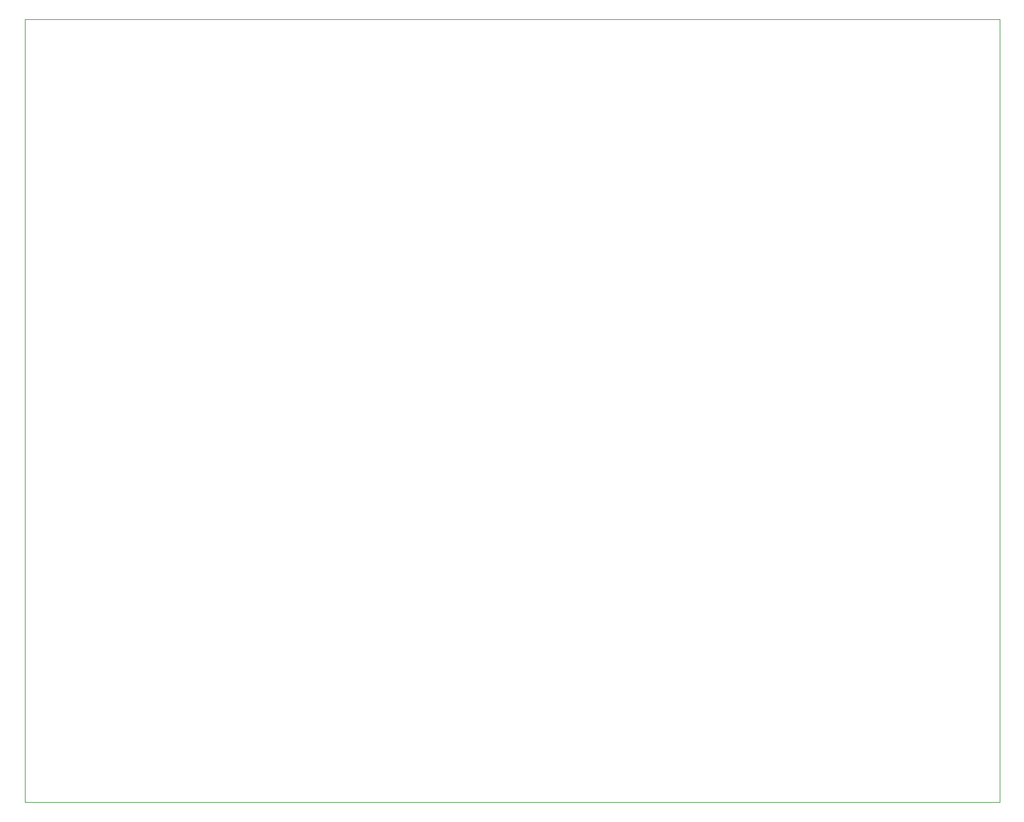
<source format=gm1>
G04 #@! TF.GenerationSoftware,KiCad,Pcbnew,5.1.0*
G04 #@! TF.CreationDate,2019-07-01T01:43:07+09:00*
G04 #@! TF.ProjectId,base_board_a,62617365-5f62-46f6-9172-645f612e6b69,rev?*
G04 #@! TF.SameCoordinates,Original*
G04 #@! TF.FileFunction,Profile,NP*
%FSLAX46Y46*%
G04 Gerber Fmt 4.6, Leading zero omitted, Abs format (unit mm)*
G04 Created by KiCad (PCBNEW 5.1.0) date 2019-07-01 01:43:07*
%MOMM*%
%LPD*%
G04 APERTURE LIST*
%ADD10C,0.100000*%
G04 APERTURE END LIST*
D10*
X12446000Y-118999000D02*
X12446000Y-12446000D01*
X145034000Y-118999000D02*
X12446000Y-118999000D01*
X145034000Y-12446000D02*
X145034000Y-118999000D01*
X12446000Y-12446000D02*
X145034000Y-12446000D01*
M02*

</source>
